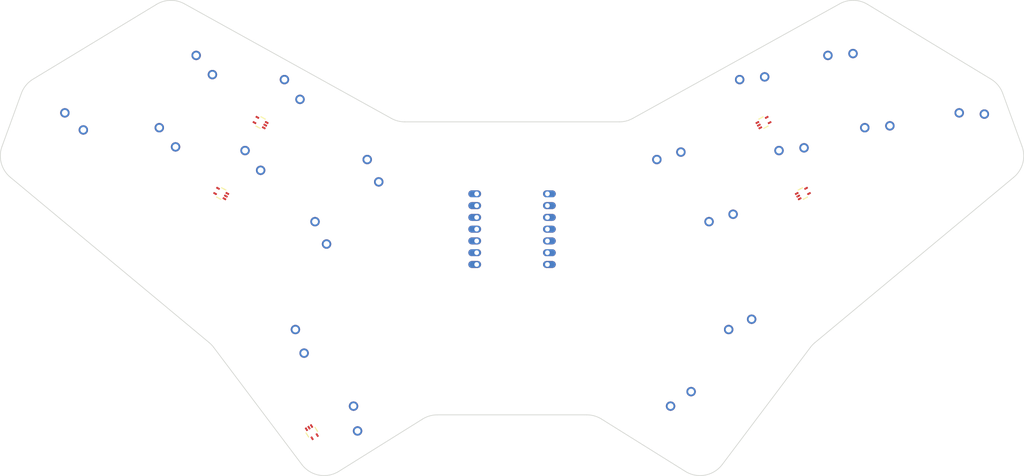
<source format=kicad_pcb>


(kicad_pcb (version 20171130) (host pcbnew 5.1.6)

  (page A3)
  (title_block
    (title "xs18")
    (rev "0.1")
    (company "Roming22")
  )

  (general
    (thickness 1.6)
  )

  (layers
    (0 F.Cu signal)
    (31 B.Cu signal)
    (32 B.Adhes user)
    (33 F.Adhes user)
    (34 B.Paste user)
    (35 F.Paste user)
    (36 B.SilkS user)
    (37 F.SilkS user)
    (38 B.Mask user)
    (39 F.Mask user)
    (40 Dwgs.User user)
    (41 Cmts.User user)
    (42 Eco1.User user)
    (43 Eco2.User user)
    (44 Edge.Cuts user)
    (45 Margin user)
    (46 B.CrtYd user)
    (47 F.CrtYd user)
    (48 B.Fab user)
    (49 F.Fab user)
  )

  (setup
    (last_trace_width 0.25)
    (trace_clearance 0.2)
    (zone_clearance 0.508)
    (zone_45_only no)
    (trace_min 0.2)
    (via_size 0.8)
    (via_drill 0.4)
    (via_min_size 0.4)
    (via_min_drill 0.3)
    (uvia_size 0.3)
    (uvia_drill 0.1)
    (uvias_allowed no)
    (uvia_min_size 0.2)
    (uvia_min_drill 0.1)
    (edge_width 0.05)
    (segment_width 0.2)
    (pcb_text_width 0.3)
    (pcb_text_size 1.5 1.5)
    (mod_edge_width 0.12)
    (mod_text_size 1 1)
    (mod_text_width 0.15)
    (pad_size 1.524 1.524)
    (pad_drill 0.762)
    (pad_to_mask_clearance 0.05)
    (aux_axis_origin 0 0)
    (visible_elements FFFFFF7F)
    (pcbplotparams
      (layerselection 0x010fc_ffffffff)
      (usegerberextensions false)
      (usegerberattributes true)
      (usegerberadvancedattributes true)
      (creategerberjobfile true)
      (excludeedgelayer true)
      (linewidth 0.100000)
      (plotframeref false)
      (viasonmask false)
      (mode 1)
      (useauxorigin false)
      (hpglpennumber 1)
      (hpglpenspeed 20)
      (hpglpendiameter 15.000000)
      (psnegative false)
      (psa4output false)
      (plotreference true)
      (plotvalue true)
      (plotinvisibletext false)
      (padsonsilk false)
      (subtractmaskfromsilk false)
      (outputformat 1)
      (mirror false)
      (drillshape 1)
      (scaleselection 1)
      (outputdirectory ""))
  )

  (net 0 "")
(net 1 "index_home")
(net 2 "P6")
(net 3 "middle_home")
(net 4 "ring_home")
(net 5 "pinky_home")
(net 6 "index_top")
(net 7 "P29")
(net 8 "middle_top")
(net 9 "ring_top")
(net 10 "pinky_top")
(net 11 "mirror_middle_home")
(net 12 "P4")
(net 13 "mirror_index_home")
(net 14 "mirror_pinky_home")
(net 15 "mirror_ring_home")
(net 16 "mirror_middle_top")
(net 17 "P5")
(net 18 "mirror_index_top")
(net 19 "mirror_pinky_top")
(net 20 "mirror_ring_top")
(net 21 "mirror_home_default")
(net 22 "home_default")
(net 23 "outer_default")
(net 24 "mirror_outer_default")
(net 25 "P0")
(net 26 "P7")
(net 27 "P2")
(net 28 "P1")
(net 29 "VCC5")
(net 30 "GND")
(net 31 "VCC3")
(net 32 "P26")
(net 33 "P27")
(net 34 "P28")

  (net_class Default "This is the default net class."
    (clearance 0.2)
    (trace_width 0.25)
    (via_dia 0.8)
    (via_drill 0.4)
    (uvia_dia 0.3)
    (uvia_drill 0.1)
    (add_net "")
(add_net "index_home")
(add_net "P6")
(add_net "middle_home")
(add_net "ring_home")
(add_net "pinky_home")
(add_net "index_top")
(add_net "P29")
(add_net "middle_top")
(add_net "ring_top")
(add_net "pinky_top")
(add_net "mirror_middle_home")
(add_net "P4")
(add_net "mirror_index_home")
(add_net "mirror_pinky_home")
(add_net "mirror_ring_home")
(add_net "mirror_middle_top")
(add_net "P5")
(add_net "mirror_index_top")
(add_net "mirror_pinky_top")
(add_net "mirror_ring_top")
(add_net "mirror_home_default")
(add_net "home_default")
(add_net "outer_default")
(add_net "mirror_outer_default")
(add_net "P0")
(add_net "P7")
(add_net "P2")
(add_net "P1")
(add_net "VCC5")
(add_net "GND")
(add_net "VCC3")
(add_net "P26")
(add_net "P27")
(add_net "P28")
  )

  (module
      easyeda2kicad:SOT-353_L2.1-W1.3-P0.65-LS2.3-BL
      (layer F.Cu)
      (tedit 5DC5F6A4)
      (at 156.78257230000003 178.7158772 61)
      (attr smd)
      (fp_text reference "D1" (at 0 -2.5 61) (layer F.SilkS) (effects (font (size 1 1) (thickness 0.15))) hide)
      (fp_text value UMP1NTR (at 0 5.15 61) (layer F.Fab) (effects (font (size 1 1) (thickness 0.15))) hide)
      (fp_text user %R (at 0 0 61) (layer F.Fab) (effects (font (size 1 1) (thickness 0.15))))
      (property Footprint SOT-353_L2.1-W1.3-P0.65-LS2.3-BL (at 0 0 0) (effects (font (size 1 1) (thickness 0.15)) (hide yes)))
      (property "LCSC" "C510065" (at 0 0 0) (effects (font (size 1.27 1.27) ) (hide yes)))
      (fp_line (start 1.14 0.51) (end 1.14 -0.51) (layer F.SilkS) (width 0.25))
      (fp_line (start -1.14 -0.51) (end -1.14 0.51) (layer F.SilkS) (width 0.25))
      (pad 1 smd rect (at -0.65 1.15 61) (size 0.40 0.80) (layers F.Cu F.Paste F.Mask) (net 1 "index_home"))
      (pad 2 smd rect (at 0 1.15 61) (size 0.40 0.80) (layers F.Cu F.Paste F.Mask) (net 2 "P6"))
      (pad 3 smd rect (at 0.65 1.15 61) (size 0.40 0.80) (layers F.Cu F.Paste F.Mask) (net 3 "middle_home"))
      (pad 4 smd rect (at 0.65 -1.15 61) (size 0.40 0.80) (layers F.Cu F.Paste F.Mask) (net 4 "ring_home"))
      (pad 5 smd rect (at -0.65 -1.15 61) (size 0.40 0.80) (layers F.Cu F.Paste F.Mask) (net 5 "pinky_home"))
      (fp_circle (center -1.02 1.15) (end -0.99 1.15) (layer F.Fab) (width 0.06))
      (fp_circle (center -0.70 1.46) (end -0.60 1.46) (layer Cmts.User) (width 0.20))
      (model "board/sessile.3dshapes/SOT-353-5P_L2.0-W1.3-H1.1-LS2.0-P0.65.wrl" (offset (xyz 0.000 -0.000 -0.000)) (scale (xyz 1 1 1)) (rotate (xyz 0 0 270)))
    )
(module
      easyeda2kicad:SOT-353_L2.1-W1.3-P0.65-LS2.3-BL
      (layer F.Cu)
      (tedit 5DC5F6A4)
      (at 165.26674060000002 163.4100323 61)
      (attr smd)
      (fp_text reference "D2" (at 0 -2.5 61) (layer F.SilkS) (effects (font (size 1 1) (thickness 0.15))) hide)
      (fp_text value UMP1NTR (at 0 5.15 61) (layer F.Fab) (effects (font (size 1 1) (thickness 0.15))) hide)
      (fp_text user %R (at 0 0 61) (layer F.Fab) (effects (font (size 1 1) (thickness 0.15))))
      (property Footprint SOT-353_L2.1-W1.3-P0.65-LS2.3-BL (at 0 0 0) (effects (font (size 1 1) (thickness 0.15)) (hide yes)))
      (property "LCSC" "C510065" (at 0 0 0) (effects (font (size 1.27 1.27) ) (hide yes)))
      (fp_line (start 1.14 0.51) (end 1.14 -0.51) (layer F.SilkS) (width 0.25))
      (fp_line (start -1.14 -0.51) (end -1.14 0.51) (layer F.SilkS) (width 0.25))
      (pad 1 smd rect (at -0.65 1.15 61) (size 0.40 0.80) (layers F.Cu F.Paste F.Mask) (net 6 "index_top"))
      (pad 2 smd rect (at 0 1.15 61) (size 0.40 0.80) (layers F.Cu F.Paste F.Mask) (net 7 "P29"))
      (pad 3 smd rect (at 0.65 1.15 61) (size 0.40 0.80) (layers F.Cu F.Paste F.Mask) (net 8 "middle_top"))
      (pad 4 smd rect (at 0.65 -1.15 61) (size 0.40 0.80) (layers F.Cu F.Paste F.Mask) (net 9 "ring_top"))
      (pad 5 smd rect (at -0.65 -1.15 61) (size 0.40 0.80) (layers F.Cu F.Paste F.Mask) (net 10 "pinky_top"))
      (fp_circle (center -1.02 1.15) (end -0.99 1.15) (layer F.Fab) (width 0.06))
      (fp_circle (center -0.70 1.46) (end -0.60 1.46) (layer Cmts.User) (width 0.20))
      (model "board/sessile.3dshapes/SOT-353-5P_L2.0-W1.3-H1.1-LS2.0-P0.65.wrl" (offset (xyz 0.000 -0.000 -0.000)) (scale (xyz 1 1 1)) (rotate (xyz 0 0 270)))
    )
(module
      easyeda2kicad:SOT-353_L2.1-W1.3-P0.65-LS2.3-BL
      (layer F.Cu)
      (tedit 5DC5F6A4)
      (at 282.1298021 178.7158772 -61)
      (attr smd)
      (fp_text reference "D3" (at 0 -2.5 -61) (layer F.SilkS) (effects (font (size 1 1) (thickness 0.15))) hide)
      (fp_text value UMP1NTR (at 0 5.15 -61) (layer F.Fab) (effects (font (size 1 1) (thickness 0.15))) hide)
      (fp_text user %R (at 0 0 -61) (layer F.Fab) (effects (font (size 1 1) (thickness 0.15))))
      (property Footprint SOT-353_L2.1-W1.3-P0.65-LS2.3-BL (at 0 0 0) (effects (font (size 1 1) (thickness 0.15)) (hide yes)))
      (property "LCSC" "C510065" (at 0 0 0) (effects (font (size 1.27 1.27) ) (hide yes)))
      (fp_line (start 1.14 0.51) (end 1.14 -0.51) (layer F.SilkS) (width 0.25))
      (fp_line (start -1.14 -0.51) (end -1.14 0.51) (layer F.SilkS) (width 0.25))
      (pad 1 smd rect (at -0.65 1.15 -61) (size 0.40 0.80) (layers F.Cu F.Paste F.Mask) (net 11 "mirror_middle_home"))
      (pad 2 smd rect (at 0 1.15 -61) (size 0.40 0.80) (layers F.Cu F.Paste F.Mask) (net 12 "P4"))
      (pad 3 smd rect (at 0.65 1.15 -61) (size 0.40 0.80) (layers F.Cu F.Paste F.Mask) (net 13 "mirror_index_home"))
      (pad 4 smd rect (at 0.65 -1.15 -61) (size 0.40 0.80) (layers F.Cu F.Paste F.Mask) (net 14 "mirror_pinky_home"))
      (pad 5 smd rect (at -0.65 -1.15 -61) (size 0.40 0.80) (layers F.Cu F.Paste F.Mask) (net 15 "mirror_ring_home"))
      (fp_circle (center -1.02 1.15) (end -0.99 1.15) (layer F.Fab) (width 0.06))
      (fp_circle (center -0.70 1.46) (end -0.60 1.46) (layer Cmts.User) (width 0.20))
      (model "board/sessile.3dshapes/SOT-353-5P_L2.0-W1.3-H1.1-LS2.0-P0.65.wrl" (offset (xyz 0.000 -0.000 -0.000)) (scale (xyz 1 1 1)) (rotate (xyz 0 0 270)))
    )
(module
      easyeda2kicad:SOT-353_L2.1-W1.3-P0.65-LS2.3-BL
      (layer F.Cu)
      (tedit 5DC5F6A4)
      (at 273.6456338 163.4100323 -61)
      (attr smd)
      (fp_text reference "D4" (at 0 -2.5 -61) (layer F.SilkS) (effects (font (size 1 1) (thickness 0.15))) hide)
      (fp_text value UMP1NTR (at 0 5.15 -61) (layer F.Fab) (effects (font (size 1 1) (thickness 0.15))) hide)
      (fp_text user %R (at 0 0 -61) (layer F.Fab) (effects (font (size 1 1) (thickness 0.15))))
      (property Footprint SOT-353_L2.1-W1.3-P0.65-LS2.3-BL (at 0 0 0) (effects (font (size 1 1) (thickness 0.15)) (hide yes)))
      (property "LCSC" "C510065" (at 0 0 0) (effects (font (size 1.27 1.27) ) (hide yes)))
      (fp_line (start 1.14 0.51) (end 1.14 -0.51) (layer F.SilkS) (width 0.25))
      (fp_line (start -1.14 -0.51) (end -1.14 0.51) (layer F.SilkS) (width 0.25))
      (pad 1 smd rect (at -0.65 1.15 -61) (size 0.40 0.80) (layers F.Cu F.Paste F.Mask) (net 16 "mirror_middle_top"))
      (pad 2 smd rect (at 0 1.15 -61) (size 0.40 0.80) (layers F.Cu F.Paste F.Mask) (net 17 "P5"))
      (pad 3 smd rect (at 0.65 1.15 -61) (size 0.40 0.80) (layers F.Cu F.Paste F.Mask) (net 18 "mirror_index_top"))
      (pad 4 smd rect (at 0.65 -1.15 -61) (size 0.40 0.80) (layers F.Cu F.Paste F.Mask) (net 19 "mirror_pinky_top"))
      (pad 5 smd rect (at -0.65 -1.15 -61) (size 0.40 0.80) (layers F.Cu F.Paste F.Mask) (net 20 "mirror_ring_top"))
      (fp_circle (center -1.02 1.15) (end -0.99 1.15) (layer F.Fab) (width 0.06))
      (fp_circle (center -0.70 1.46) (end -0.60 1.46) (layer Cmts.User) (width 0.20))
      (model "board/sessile.3dshapes/SOT-353-5P_L2.0-W1.3-H1.1-LS2.0-P0.65.wrl" (offset (xyz 0.000 -0.000 -0.000)) (scale (xyz 1 1 1)) (rotate (xyz 0 0 270)))
    )
(module
      easyeda2kicad:SOT-353_L2.1-W1.3-P0.65-LS2.3-BL
      (layer F.Cu)
      (tedit 5DC5F6A4)
      (at 176.30718149999998 230.19725970000002 -148)
      (attr smd)
      (fp_text reference "D5" (at 0 -2.5 -148) (layer F.SilkS) (effects (font (size 1 1) (thickness 0.15))) hide)
      (fp_text value UMP1NTR (at 0 5.15 -148) (layer F.Fab) (effects (font (size 1 1) (thickness 0.15))) hide)
      (fp_text user %R (at 0 0 -148) (layer F.Fab) (effects (font (size 1 1) (thickness 0.15))))
      (property Footprint SOT-353_L2.1-W1.3-P0.65-LS2.3-BL (at 0 0 0) (effects (font (size 1 1) (thickness 0.15)) (hide yes)))
      (property "LCSC" "C510065" (at 0 0 0) (effects (font (size 1.27 1.27) ) (hide yes)))
      (fp_line (start 1.14 0.51) (end 1.14 -0.51) (layer F.SilkS) (width 0.25))
      (fp_line (start -1.14 -0.51) (end -1.14 0.51) (layer F.SilkS) (width 0.25))
      (pad 1 smd rect (at -0.65 1.15 -148) (size 0.40 0.80) (layers F.Cu F.Paste F.Mask) (net 21 "mirror_home_default"))
      (pad 2 smd rect (at 0 1.15 -148) (size 0.40 0.80) (layers F.Cu F.Paste F.Mask) (net 0 ""))
      (pad 3 smd rect (at 0.65 1.15 -148) (size 0.40 0.80) (layers F.Cu F.Paste F.Mask) (net 22 "home_default"))
      (pad 4 smd rect (at 0.65 -1.15 -148) (size 0.40 0.80) (layers F.Cu F.Paste F.Mask) (net 23 "outer_default"))
      (pad 5 smd rect (at -0.65 -1.15 -148) (size 0.40 0.80) (layers F.Cu F.Paste F.Mask) (net 24 "mirror_outer_default"))
      (fp_circle (center -1.02 1.15) (end -0.99 1.15) (layer F.Fab) (width 0.06))
      (fp_circle (center -0.70 1.46) (end -0.60 1.46) (layer Cmts.User) (width 0.20))
      (model "board/sessile.3dshapes/SOT-353-5P_L2.0-W1.3-H1.1-LS2.0-P0.65.wrl" (offset (xyz 0.000 -0.000 -0.000)) (scale (xyz 1 1 1)) (rotate (xyz 0 0 270)))
    )

        
      (module PG1350 (layer F.Cu) (tedit 5DD50112)
      (at 121.0695081 166.8597441 -20)

      
      (fp_text reference "S1" (at 0 0) (layer F.SilkS) hide (effects (font (size 1.27 1.27) (thickness 0.15))))
      (fp_text value "" (at 0 0) (layer F.SilkS) hide (effects (font (size 1.27 1.27) (thickness 0.15))))

      
      (fp_line (start -7 -6) (end -7 -7) (layer Dwgs.User) (width 0.15))
      (fp_line (start -7 7) (end -6 7) (layer Dwgs.User) (width 0.15))
      (fp_line (start -6 -7) (end -7 -7) (layer Dwgs.User) (width 0.15))
      (fp_line (start -7 7) (end -7 6) (layer Dwgs.User) (width 0.15))
      (fp_line (start 7 6) (end 7 7) (layer Dwgs.User) (width 0.15))
      (fp_line (start 7 -7) (end 6 -7) (layer Dwgs.User) (width 0.15))
      (fp_line (start 6 7) (end 7 7) (layer Dwgs.User) (width 0.15))
      (fp_line (start 7 -7) (end 7 -6) (layer Dwgs.User) (width 0.15))      
      
      
      (pad "" np_thru_hole circle (at 0 0) (size 3.429 3.429) (drill 3.429) (layers *.Cu *.Mask))
        
      
      (pad "" np_thru_hole circle (at 5.5 0) (size 1.7018 1.7018) (drill 1.7018) (layers *.Cu *.Mask))
      (pad "" np_thru_hole circle (at -5.5 0) (size 1.7018 1.7018) (drill 1.7018) (layers *.Cu *.Mask))
      
        
        
            
            (pad 1 thru_hole circle (at 5 -3.8) (size 2.032 2.032) (drill 1.27) (layers *.Cu *.Mask) (net 5 "pinky_home"))
            (pad 2 thru_hole circle (at 0 -5.9) (size 2.032 2.032) (drill 1.27) (layers *.Cu *.Mask) (net 25 "P0"))
          )
        

        
      (module PG1350 (layer F.Cu) (tedit 5DD50112)
      (at 140.7615948 169.7703664 -27)

      
      (fp_text reference "S2" (at 0 0) (layer F.SilkS) hide (effects (font (size 1.27 1.27) (thickness 0.15))))
      (fp_text value "" (at 0 0) (layer F.SilkS) hide (effects (font (size 1.27 1.27) (thickness 0.15))))

      
      (fp_line (start -7 -6) (end -7 -7) (layer Dwgs.User) (width 0.15))
      (fp_line (start -7 7) (end -6 7) (layer Dwgs.User) (width 0.15))
      (fp_line (start -6 -7) (end -7 -7) (layer Dwgs.User) (width 0.15))
      (fp_line (start -7 7) (end -7 6) (layer Dwgs.User) (width 0.15))
      (fp_line (start 7 6) (end 7 7) (layer Dwgs.User) (width 0.15))
      (fp_line (start 7 -7) (end 6 -7) (layer Dwgs.User) (width 0.15))
      (fp_line (start 6 7) (end 7 7) (layer Dwgs.User) (width 0.15))
      (fp_line (start 7 -7) (end 7 -6) (layer Dwgs.User) (width 0.15))      
      
      
      (pad "" np_thru_hole circle (at 0 0) (size 3.429 3.429) (drill 3.429) (layers *.Cu *.Mask))
        
      
      (pad "" np_thru_hole circle (at 5.5 0) (size 1.7018 1.7018) (drill 1.7018) (layers *.Cu *.Mask))
      (pad "" np_thru_hole circle (at -5.5 0) (size 1.7018 1.7018) (drill 1.7018) (layers *.Cu *.Mask))
      
        
        
            
            (pad 1 thru_hole circle (at 5 -3.8) (size 2.032 2.032) (drill 1.27) (layers *.Cu *.Mask) (net 4 "ring_home"))
            (pad 2 thru_hole circle (at 0 -5.9) (size 2.032 2.032) (drill 1.27) (layers *.Cu *.Mask) (net 26 "P7"))
          )
        

        
      (module PG1350 (layer F.Cu) (tedit 5DD50112)
      (at 148.7064285 154.1777522 -27)

      
      (fp_text reference "S3" (at 0 0) (layer F.SilkS) hide (effects (font (size 1.27 1.27) (thickness 0.15))))
      (fp_text value "" (at 0 0) (layer F.SilkS) hide (effects (font (size 1.27 1.27) (thickness 0.15))))

      
      (fp_line (start -7 -6) (end -7 -7) (layer Dwgs.User) (width 0.15))
      (fp_line (start -7 7) (end -6 7) (layer Dwgs.User) (width 0.15))
      (fp_line (start -6 -7) (end -7 -7) (layer Dwgs.User) (width 0.15))
      (fp_line (start -7 7) (end -7 6) (layer Dwgs.User) (width 0.15))
      (fp_line (start 7 6) (end 7 7) (layer Dwgs.User) (width 0.15))
      (fp_line (start 7 -7) (end 6 -7) (layer Dwgs.User) (width 0.15))
      (fp_line (start 6 7) (end 7 7) (layer Dwgs.User) (width 0.15))
      (fp_line (start 7 -7) (end 7 -6) (layer Dwgs.User) (width 0.15))      
      
      
      (pad "" np_thru_hole circle (at 0 0) (size 3.429 3.429) (drill 3.429) (layers *.Cu *.Mask))
        
      
      (pad "" np_thru_hole circle (at 5.5 0) (size 1.7018 1.7018) (drill 1.7018) (layers *.Cu *.Mask))
      (pad "" np_thru_hole circle (at -5.5 0) (size 1.7018 1.7018) (drill 1.7018) (layers *.Cu *.Mask))
      
        
        
            
            (pad 1 thru_hole circle (at 5 -3.8) (size 2.032 2.032) (drill 1.27) (layers *.Cu *.Mask) (net 9 "ring_top"))
            (pad 2 thru_hole circle (at 0 -5.9) (size 2.032 2.032) (drill 1.27) (layers *.Cu *.Mask) (net 26 "P7"))
          )
        

        
      (module PG1350 (layer F.Cu) (tedit 5DD50112)
      (at 159.0611775 174.6051646 -29)

      
      (fp_text reference "S4" (at 0 0) (layer F.SilkS) hide (effects (font (size 1.27 1.27) (thickness 0.15))))
      (fp_text value "" (at 0 0) (layer F.SilkS) hide (effects (font (size 1.27 1.27) (thickness 0.15))))

      
      (fp_line (start -7 -6) (end -7 -7) (layer Dwgs.User) (width 0.15))
      (fp_line (start -7 7) (end -6 7) (layer Dwgs.User) (width 0.15))
      (fp_line (start -6 -7) (end -7 -7) (layer Dwgs.User) (width 0.15))
      (fp_line (start -7 7) (end -7 6) (layer Dwgs.User) (width 0.15))
      (fp_line (start 7 6) (end 7 7) (layer Dwgs.User) (width 0.15))
      (fp_line (start 7 -7) (end 6 -7) (layer Dwgs.User) (width 0.15))
      (fp_line (start 6 7) (end 7 7) (layer Dwgs.User) (width 0.15))
      (fp_line (start 7 -7) (end 7 -6) (layer Dwgs.User) (width 0.15))      
      
      
      (pad "" np_thru_hole circle (at 0 0) (size 3.429 3.429) (drill 3.429) (layers *.Cu *.Mask))
        
      
      (pad "" np_thru_hole circle (at 5.5 0) (size 1.7018 1.7018) (drill 1.7018) (layers *.Cu *.Mask))
      (pad "" np_thru_hole circle (at -5.5 0) (size 1.7018 1.7018) (drill 1.7018) (layers *.Cu *.Mask))
      
        
        
            
            (pad 1 thru_hole circle (at 5 -3.8) (size 2.032 2.032) (drill 1.27) (layers *.Cu *.Mask) (net 3 "middle_home"))
            (pad 2 thru_hole circle (at 0 -5.9) (size 2.032 2.032) (drill 1.27) (layers *.Cu *.Mask) (net 27 "P2"))
          )
        

        
      (module PG1350 (layer F.Cu) (tedit 5DD50112)
      (at 167.5453458 159.2993197 -29)

      
      (fp_text reference "S5" (at 0 0) (layer F.SilkS) hide (effects (font (size 1.27 1.27) (thickness 0.15))))
      (fp_text value "" (at 0 0) (layer F.SilkS) hide (effects (font (size 1.27 1.27) (thickness 0.15))))

      
      (fp_line (start -7 -6) (end -7 -7) (layer Dwgs.User) (width 0.15))
      (fp_line (start -7 7) (end -6 7) (layer Dwgs.User) (width 0.15))
      (fp_line (start -6 -7) (end -7 -7) (layer Dwgs.User) (width 0.15))
      (fp_line (start -7 7) (end -7 6) (layer Dwgs.User) (width 0.15))
      (fp_line (start 7 6) (end 7 7) (layer Dwgs.User) (width 0.15))
      (fp_line (start 7 -7) (end 6 -7) (layer Dwgs.User) (width 0.15))
      (fp_line (start 6 7) (end 7 7) (layer Dwgs.User) (width 0.15))
      (fp_line (start 7 -7) (end 7 -6) (layer Dwgs.User) (width 0.15))      
      
      
      (pad "" np_thru_hole circle (at 0 0) (size 3.429 3.429) (drill 3.429) (layers *.Cu *.Mask))
        
      
      (pad "" np_thru_hole circle (at 5.5 0) (size 1.7018 1.7018) (drill 1.7018) (layers *.Cu *.Mask))
      (pad "" np_thru_hole circle (at -5.5 0) (size 1.7018 1.7018) (drill 1.7018) (layers *.Cu *.Mask))
      
        
        
            
            (pad 1 thru_hole circle (at 5 -3.8) (size 2.032 2.032) (drill 1.27) (layers *.Cu *.Mask) (net 8 "middle_top"))
            (pad 2 thru_hole circle (at 0 -5.9) (size 2.032 2.032) (drill 1.27) (layers *.Cu *.Mask) (net 27 "P2"))
          )
        

        
      (module PG1350 (layer F.Cu) (tedit 5DD50112)
      (at 173.2074041 189.3066705 -40)

      
      (fp_text reference "S6" (at 0 0) (layer F.SilkS) hide (effects (font (size 1.27 1.27) (thickness 0.15))))
      (fp_text value "" (at 0 0) (layer F.SilkS) hide (effects (font (size 1.27 1.27) (thickness 0.15))))

      
      (fp_line (start -7 -6) (end -7 -7) (layer Dwgs.User) (width 0.15))
      (fp_line (start -7 7) (end -6 7) (layer Dwgs.User) (width 0.15))
      (fp_line (start -6 -7) (end -7 -7) (layer Dwgs.User) (width 0.15))
      (fp_line (start -7 7) (end -7 6) (layer Dwgs.User) (width 0.15))
      (fp_line (start 7 6) (end 7 7) (layer Dwgs.User) (width 0.15))
      (fp_line (start 7 -7) (end 6 -7) (layer Dwgs.User) (width 0.15))
      (fp_line (start 6 7) (end 7 7) (layer Dwgs.User) (width 0.15))
      (fp_line (start 7 -7) (end 7 -6) (layer Dwgs.User) (width 0.15))      
      
      
      (pad "" np_thru_hole circle (at 0 0) (size 3.429 3.429) (drill 3.429) (layers *.Cu *.Mask))
        
      
      (pad "" np_thru_hole circle (at 5.5 0) (size 1.7018 1.7018) (drill 1.7018) (layers *.Cu *.Mask))
      (pad "" np_thru_hole circle (at -5.5 0) (size 1.7018 1.7018) (drill 1.7018) (layers *.Cu *.Mask))
      
        
        
            
            (pad 1 thru_hole circle (at 5 -3.8) (size 2.032 2.032) (drill 1.27) (layers *.Cu *.Mask) (net 1 "index_home"))
            (pad 2 thru_hole circle (at 0 -5.9) (size 2.032 2.032) (drill 1.27) (layers *.Cu *.Mask) (net 28 "P1"))
          )
        

        
      (module PG1350 (layer F.Cu) (tedit 5DD50112)
      (at 184.4561872 175.9008927 -40)

      
      (fp_text reference "S7" (at 0 0) (layer F.SilkS) hide (effects (font (size 1.27 1.27) (thickness 0.15))))
      (fp_text value "" (at 0 0) (layer F.SilkS) hide (effects (font (size 1.27 1.27) (thickness 0.15))))

      
      (fp_line (start -7 -6) (end -7 -7) (layer Dwgs.User) (width 0.15))
      (fp_line (start -7 7) (end -6 7) (layer Dwgs.User) (width 0.15))
      (fp_line (start -6 -7) (end -7 -7) (layer Dwgs.User) (width 0.15))
      (fp_line (start -7 7) (end -7 6) (layer Dwgs.User) (width 0.15))
      (fp_line (start 7 6) (end 7 7) (layer Dwgs.User) (width 0.15))
      (fp_line (start 7 -7) (end 6 -7) (layer Dwgs.User) (width 0.15))
      (fp_line (start 6 7) (end 7 7) (layer Dwgs.User) (width 0.15))
      (fp_line (start 7 -7) (end 7 -6) (layer Dwgs.User) (width 0.15))      
      
      
      (pad "" np_thru_hole circle (at 0 0) (size 3.429 3.429) (drill 3.429) (layers *.Cu *.Mask))
        
      
      (pad "" np_thru_hole circle (at 5.5 0) (size 1.7018 1.7018) (drill 1.7018) (layers *.Cu *.Mask))
      (pad "" np_thru_hole circle (at -5.5 0) (size 1.7018 1.7018) (drill 1.7018) (layers *.Cu *.Mask))
      
        
        
            
            (pad 1 thru_hole circle (at 5 -3.8) (size 2.032 2.032) (drill 1.27) (layers *.Cu *.Mask) (net 6 "index_top"))
            (pad 2 thru_hole circle (at 0 -5.9) (size 2.032 2.032) (drill 1.27) (layers *.Cu *.Mask) (net 28 "P1"))
          )
        

        
      (module PG1350 (layer F.Cu) (tedit 5DD50112)
      (at 317.84286629999997 166.8597441 20)

      
      (fp_text reference "S8" (at 0 0) (layer F.SilkS) hide (effects (font (size 1.27 1.27) (thickness 0.15))))
      (fp_text value "" (at 0 0) (layer F.SilkS) hide (effects (font (size 1.27 1.27) (thickness 0.15))))

      
      (fp_line (start -7 -6) (end -7 -7) (layer Dwgs.User) (width 0.15))
      (fp_line (start -7 7) (end -6 7) (layer Dwgs.User) (width 0.15))
      (fp_line (start -6 -7) (end -7 -7) (layer Dwgs.User) (width 0.15))
      (fp_line (start -7 7) (end -7 6) (layer Dwgs.User) (width 0.15))
      (fp_line (start 7 6) (end 7 7) (layer Dwgs.User) (width 0.15))
      (fp_line (start 7 -7) (end 6 -7) (layer Dwgs.User) (width 0.15))
      (fp_line (start 6 7) (end 7 7) (layer Dwgs.User) (width 0.15))
      (fp_line (start 7 -7) (end 7 -6) (layer Dwgs.User) (width 0.15))      
      
      
      (pad "" np_thru_hole circle (at 0 0) (size 3.429 3.429) (drill 3.429) (layers *.Cu *.Mask))
        
      
      (pad "" np_thru_hole circle (at 5.5 0) (size 1.7018 1.7018) (drill 1.7018) (layers *.Cu *.Mask))
      (pad "" np_thru_hole circle (at -5.5 0) (size 1.7018 1.7018) (drill 1.7018) (layers *.Cu *.Mask))
      
        
        
            
            (pad 1 thru_hole circle (at 5 -3.8) (size 2.032 2.032) (drill 1.27) (layers *.Cu *.Mask) (net 14 "mirror_pinky_home"))
            (pad 2 thru_hole circle (at 0 -5.9) (size 2.032 2.032) (drill 1.27) (layers *.Cu *.Mask) (net 28 "P1"))
          )
        

        
      (module PG1350 (layer F.Cu) (tedit 5DD50112)
      (at 298.15077959999996 169.7703664 27)

      
      (fp_text reference "S9" (at 0 0) (layer F.SilkS) hide (effects (font (size 1.27 1.27) (thickness 0.15))))
      (fp_text value "" (at 0 0) (layer F.SilkS) hide (effects (font (size 1.27 1.27) (thickness 0.15))))

      
      (fp_line (start -7 -6) (end -7 -7) (layer Dwgs.User) (width 0.15))
      (fp_line (start -7 7) (end -6 7) (layer Dwgs.User) (width 0.15))
      (fp_line (start -6 -7) (end -7 -7) (layer Dwgs.User) (width 0.15))
      (fp_line (start -7 7) (end -7 6) (layer Dwgs.User) (width 0.15))
      (fp_line (start 7 6) (end 7 7) (layer Dwgs.User) (width 0.15))
      (fp_line (start 7 -7) (end 6 -7) (layer Dwgs.User) (width 0.15))
      (fp_line (start 6 7) (end 7 7) (layer Dwgs.User) (width 0.15))
      (fp_line (start 7 -7) (end 7 -6) (layer Dwgs.User) (width 0.15))      
      
      
      (pad "" np_thru_hole circle (at 0 0) (size 3.429 3.429) (drill 3.429) (layers *.Cu *.Mask))
        
      
      (pad "" np_thru_hole circle (at 5.5 0) (size 1.7018 1.7018) (drill 1.7018) (layers *.Cu *.Mask))
      (pad "" np_thru_hole circle (at -5.5 0) (size 1.7018 1.7018) (drill 1.7018) (layers *.Cu *.Mask))
      
        
        
            
            (pad 1 thru_hole circle (at 5 -3.8) (size 2.032 2.032) (drill 1.27) (layers *.Cu *.Mask) (net 15 "mirror_ring_home"))
            (pad 2 thru_hole circle (at 0 -5.9) (size 2.032 2.032) (drill 1.27) (layers *.Cu *.Mask) (net 27 "P2"))
          )
        

        
      (module PG1350 (layer F.Cu) (tedit 5DD50112)
      (at 290.20594589999996 154.1777522 27)

      
      (fp_text reference "S10" (at 0 0) (layer F.SilkS) hide (effects (font (size 1.27 1.27) (thickness 0.15))))
      (fp_text value "" (at 0 0) (layer F.SilkS) hide (effects (font (size 1.27 1.27) (thickness 0.15))))

      
      (fp_line (start -7 -6) (end -7 -7) (layer Dwgs.User) (width 0.15))
      (fp_line (start -7 7) (end -6 7) (layer Dwgs.User) (width 0.15))
      (fp_line (start -6 -7) (end -7 -7) (layer Dwgs.User) (width 0.15))
      (fp_line (start -7 7) (end -7 6) (layer Dwgs.User) (width 0.15))
      (fp_line (start 7 6) (end 7 7) (layer Dwgs.User) (width 0.15))
      (fp_line (start 7 -7) (end 6 -7) (layer Dwgs.User) (width 0.15))
      (fp_line (start 6 7) (end 7 7) (layer Dwgs.User) (width 0.15))
      (fp_line (start 7 -7) (end 7 -6) (layer Dwgs.User) (width 0.15))      
      
      
      (pad "" np_thru_hole circle (at 0 0) (size 3.429 3.429) (drill 3.429) (layers *.Cu *.Mask))
        
      
      (pad "" np_thru_hole circle (at 5.5 0) (size 1.7018 1.7018) (drill 1.7018) (layers *.Cu *.Mask))
      (pad "" np_thru_hole circle (at -5.5 0) (size 1.7018 1.7018) (drill 1.7018) (layers *.Cu *.Mask))
      
        
        
            
            (pad 1 thru_hole circle (at 5 -3.8) (size 2.032 2.032) (drill 1.27) (layers *.Cu *.Mask) (net 20 "mirror_ring_top"))
            (pad 2 thru_hole circle (at 0 -5.9) (size 2.032 2.032) (drill 1.27) (layers *.Cu *.Mask) (net 27 "P2"))
          )
        

        
      (module PG1350 (layer F.Cu) (tedit 5DD50112)
      (at 279.8511969 174.6051646 29)

      
      (fp_text reference "S11" (at 0 0) (layer F.SilkS) hide (effects (font (size 1.27 1.27) (thickness 0.15))))
      (fp_text value "" (at 0 0) (layer F.SilkS) hide (effects (font (size 1.27 1.27) (thickness 0.15))))

      
      (fp_line (start -7 -6) (end -7 -7) (layer Dwgs.User) (width 0.15))
      (fp_line (start -7 7) (end -6 7) (layer Dwgs.User) (width 0.15))
      (fp_line (start -6 -7) (end -7 -7) (layer Dwgs.User) (width 0.15))
      (fp_line (start -7 7) (end -7 6) (layer Dwgs.User) (width 0.15))
      (fp_line (start 7 6) (end 7 7) (layer Dwgs.User) (width 0.15))
      (fp_line (start 7 -7) (end 6 -7) (layer Dwgs.User) (width 0.15))
      (fp_line (start 6 7) (end 7 7) (layer Dwgs.User) (width 0.15))
      (fp_line (start 7 -7) (end 7 -6) (layer Dwgs.User) (width 0.15))      
      
      
      (pad "" np_thru_hole circle (at 0 0) (size 3.429 3.429) (drill 3.429) (layers *.Cu *.Mask))
        
      
      (pad "" np_thru_hole circle (at 5.5 0) (size 1.7018 1.7018) (drill 1.7018) (layers *.Cu *.Mask))
      (pad "" np_thru_hole circle (at -5.5 0) (size 1.7018 1.7018) (drill 1.7018) (layers *.Cu *.Mask))
      
        
        
            
            (pad 1 thru_hole circle (at 5 -3.8) (size 2.032 2.032) (drill 1.27) (layers *.Cu *.Mask) (net 11 "mirror_middle_home"))
            (pad 2 thru_hole circle (at 0 -5.9) (size 2.032 2.032) (drill 1.27) (layers *.Cu *.Mask) (net 26 "P7"))
          )
        

        
      (module PG1350 (layer F.Cu) (tedit 5DD50112)
      (at 271.36702859999997 159.2993197 29)

      
      (fp_text reference "S12" (at 0 0) (layer F.SilkS) hide (effects (font (size 1.27 1.27) (thickness 0.15))))
      (fp_text value "" (at 0 0) (layer F.SilkS) hide (effects (font (size 1.27 1.27) (thickness 0.15))))

      
      (fp_line (start -7 -6) (end -7 -7) (layer Dwgs.User) (width 0.15))
      (fp_line (start -7 7) (end -6 7) (layer Dwgs.User) (width 0.15))
      (fp_line (start -6 -7) (end -7 -7) (layer Dwgs.User) (width 0.15))
      (fp_line (start -7 7) (end -7 6) (layer Dwgs.User) (width 0.15))
      (fp_line (start 7 6) (end 7 7) (layer Dwgs.User) (width 0.15))
      (fp_line (start 7 -7) (end 6 -7) (layer Dwgs.User) (width 0.15))
      (fp_line (start 6 7) (end 7 7) (layer Dwgs.User) (width 0.15))
      (fp_line (start 7 -7) (end 7 -6) (layer Dwgs.User) (width 0.15))      
      
      
      (pad "" np_thru_hole circle (at 0 0) (size 3.429 3.429) (drill 3.429) (layers *.Cu *.Mask))
        
      
      (pad "" np_thru_hole circle (at 5.5 0) (size 1.7018 1.7018) (drill 1.7018) (layers *.Cu *.Mask))
      (pad "" np_thru_hole circle (at -5.5 0) (size 1.7018 1.7018) (drill 1.7018) (layers *.Cu *.Mask))
      
        
        
            
            (pad 1 thru_hole circle (at 5 -3.8) (size 2.032 2.032) (drill 1.27) (layers *.Cu *.Mask) (net 16 "mirror_middle_top"))
            (pad 2 thru_hole circle (at 0 -5.9) (size 2.032 2.032) (drill 1.27) (layers *.Cu *.Mask) (net 26 "P7"))
          )
        

        
      (module PG1350 (layer F.Cu) (tedit 5DD50112)
      (at 265.7049703 189.3066705 40)

      
      (fp_text reference "S13" (at 0 0) (layer F.SilkS) hide (effects (font (size 1.27 1.27) (thickness 0.15))))
      (fp_text value "" (at 0 0) (layer F.SilkS) hide (effects (font (size 1.27 1.27) (thickness 0.15))))

      
      (fp_line (start -7 -6) (end -7 -7) (layer Dwgs.User) (width 0.15))
      (fp_line (start -7 7) (end -6 7) (layer Dwgs.User) (width 0.15))
      (fp_line (start -6 -7) (end -7 -7) (layer Dwgs.User) (width 0.15))
      (fp_line (start -7 7) (end -7 6) (layer Dwgs.User) (width 0.15))
      (fp_line (start 7 6) (end 7 7) (layer Dwgs.User) (width 0.15))
      (fp_line (start 7 -7) (end 6 -7) (layer Dwgs.User) (width 0.15))
      (fp_line (start 6 7) (end 7 7) (layer Dwgs.User) (width 0.15))
      (fp_line (start 7 -7) (end 7 -6) (layer Dwgs.User) (width 0.15))      
      
      
      (pad "" np_thru_hole circle (at 0 0) (size 3.429 3.429) (drill 3.429) (layers *.Cu *.Mask))
        
      
      (pad "" np_thru_hole circle (at 5.5 0) (size 1.7018 1.7018) (drill 1.7018) (layers *.Cu *.Mask))
      (pad "" np_thru_hole circle (at -5.5 0) (size 1.7018 1.7018) (drill 1.7018) (layers *.Cu *.Mask))
      
        
        
            
            (pad 1 thru_hole circle (at 5 -3.8) (size 2.032 2.032) (drill 1.27) (layers *.Cu *.Mask) (net 13 "mirror_index_home"))
            (pad 2 thru_hole circle (at 0 -5.9) (size 2.032 2.032) (drill 1.27) (layers *.Cu *.Mask) (net 25 "P0"))
          )
        

        
      (module PG1350 (layer F.Cu) (tedit 5DD50112)
      (at 254.4561872 175.9008927 40)

      
      (fp_text reference "S14" (at 0 0) (layer F.SilkS) hide (effects (font (size 1.27 1.27) (thickness 0.15))))
      (fp_text value "" (at 0 0) (layer F.SilkS) hide (effects (font (size 1.27 1.27) (thickness 0.15))))

      
      (fp_line (start -7 -6) (end -7 -7) (layer Dwgs.User) (width 0.15))
      (fp_line (start -7 7) (end -6 7) (layer Dwgs.User) (width 0.15))
      (fp_line (start -6 -7) (end -7 -7) (layer Dwgs.User) (width 0.15))
      (fp_line (start -7 7) (end -7 6) (layer Dwgs.User) (width 0.15))
      (fp_line (start 7 6) (end 7 7) (layer Dwgs.User) (width 0.15))
      (fp_line (start 7 -7) (end 6 -7) (layer Dwgs.User) (width 0.15))
      (fp_line (start 6 7) (end 7 7) (layer Dwgs.User) (width 0.15))
      (fp_line (start 7 -7) (end 7 -6) (layer Dwgs.User) (width 0.15))      
      
      
      (pad "" np_thru_hole circle (at 0 0) (size 3.429 3.429) (drill 3.429) (layers *.Cu *.Mask))
        
      
      (pad "" np_thru_hole circle (at 5.5 0) (size 1.7018 1.7018) (drill 1.7018) (layers *.Cu *.Mask))
      (pad "" np_thru_hole circle (at -5.5 0) (size 1.7018 1.7018) (drill 1.7018) (layers *.Cu *.Mask))
      
        
        
            
            (pad 1 thru_hole circle (at 5 -3.8) (size 2.032 2.032) (drill 1.27) (layers *.Cu *.Mask) (net 18 "mirror_index_top"))
            (pad 2 thru_hole circle (at 0 -5.9) (size 2.032 2.032) (drill 1.27) (layers *.Cu *.Mask) (net 25 "P0"))
          )
        

        
      (module PG1350 (layer F.Cu) (tedit 5DD50112)
      (at 168.45674699999998 212.0812453 -47)

      
      (fp_text reference "S15" (at 0 0) (layer F.SilkS) hide (effects (font (size 1.27 1.27) (thickness 0.15))))
      (fp_text value "" (at 0 0) (layer F.SilkS) hide (effects (font (size 1.27 1.27) (thickness 0.15))))

      
      (fp_line (start -7 -6) (end -7 -7) (layer Dwgs.User) (width 0.15))
      (fp_line (start -7 7) (end -6 7) (layer Dwgs.User) (width 0.15))
      (fp_line (start -6 -7) (end -7 -7) (layer Dwgs.User) (width 0.15))
      (fp_line (start -7 7) (end -7 6) (layer Dwgs.User) (width 0.15))
      (fp_line (start 7 6) (end 7 7) (layer Dwgs.User) (width 0.15))
      (fp_line (start 7 -7) (end 6 -7) (layer Dwgs.User) (width 0.15))
      (fp_line (start 6 7) (end 7 7) (layer Dwgs.User) (width 0.15))
      (fp_line (start 7 -7) (end 7 -6) (layer Dwgs.User) (width 0.15))      
      
      
      (pad "" np_thru_hole circle (at 0 0) (size 3.429 3.429) (drill 3.429) (layers *.Cu *.Mask))
        
      
      (pad "" np_thru_hole circle (at 5.5 0) (size 1.7018 1.7018) (drill 1.7018) (layers *.Cu *.Mask))
      (pad "" np_thru_hole circle (at -5.5 0) (size 1.7018 1.7018) (drill 1.7018) (layers *.Cu *.Mask))
      
        
        
            
            (pad 1 thru_hole circle (at 5 -3.8) (size 2.032 2.032) (drill 1.27) (layers *.Cu *.Mask) (net 22 "home_default"))
            (pad 2 thru_hole circle (at 0 -5.9) (size 2.032 2.032) (drill 1.27) (layers *.Cu *.Mask) (net 25 "P0"))
          )
        

        
      (module PG1350 (layer F.Cu) (tedit 5DD50112)
      (at 180.29300759999998 227.7066392 -58)

      
      (fp_text reference "S16" (at 0 0) (layer F.SilkS) hide (effects (font (size 1.27 1.27) (thickness 0.15))))
      (fp_text value "" (at 0 0) (layer F.SilkS) hide (effects (font (size 1.27 1.27) (thickness 0.15))))

      
      (fp_line (start -7 -6) (end -7 -7) (layer Dwgs.User) (width 0.15))
      (fp_line (start -7 7) (end -6 7) (layer Dwgs.User) (width 0.15))
      (fp_line (start -6 -7) (end -7 -7) (layer Dwgs.User) (width 0.15))
      (fp_line (start -7 7) (end -7 6) (layer Dwgs.User) (width 0.15))
      (fp_line (start 7 6) (end 7 7) (layer Dwgs.User) (width 0.15))
      (fp_line (start 7 -7) (end 6 -7) (layer Dwgs.User) (width 0.15))
      (fp_line (start 6 7) (end 7 7) (layer Dwgs.User) (width 0.15))
      (fp_line (start 7 -7) (end 7 -6) (layer Dwgs.User) (width 0.15))      
      
      
      (pad "" np_thru_hole circle (at 0 0) (size 3.429 3.429) (drill 3.429) (layers *.Cu *.Mask))
        
      
      (pad "" np_thru_hole circle (at 5.5 0) (size 1.7018 1.7018) (drill 1.7018) (layers *.Cu *.Mask))
      (pad "" np_thru_hole circle (at -5.5 0) (size 1.7018 1.7018) (drill 1.7018) (layers *.Cu *.Mask))
      
        
        
            
            (pad 1 thru_hole circle (at 5 -3.8) (size 2.032 2.032) (drill 1.27) (layers *.Cu *.Mask) (net 23 "outer_default"))
            (pad 2 thru_hole circle (at 0 -5.9) (size 2.032 2.032) (drill 1.27) (layers *.Cu *.Mask) (net 26 "P7"))
          )
        

        
      (module PG1350 (layer F.Cu) (tedit 5DD50112)
      (at 270.4556274 212.0812453 47)

      
      (fp_text reference "S17" (at 0 0) (layer F.SilkS) hide (effects (font (size 1.27 1.27) (thickness 0.15))))
      (fp_text value "" (at 0 0) (layer F.SilkS) hide (effects (font (size 1.27 1.27) (thickness 0.15))))

      
      (fp_line (start -7 -6) (end -7 -7) (layer Dwgs.User) (width 0.15))
      (fp_line (start -7 7) (end -6 7) (layer Dwgs.User) (width 0.15))
      (fp_line (start -6 -7) (end -7 -7) (layer Dwgs.User) (width 0.15))
      (fp_line (start -7 7) (end -7 6) (layer Dwgs.User) (width 0.15))
      (fp_line (start 7 6) (end 7 7) (layer Dwgs.User) (width 0.15))
      (fp_line (start 7 -7) (end 6 -7) (layer Dwgs.User) (width 0.15))
      (fp_line (start 6 7) (end 7 7) (layer Dwgs.User) (width 0.15))
      (fp_line (start 7 -7) (end 7 -6) (layer Dwgs.User) (width 0.15))      
      
      
      (pad "" np_thru_hole circle (at 0 0) (size 3.429 3.429) (drill 3.429) (layers *.Cu *.Mask))
        
      
      (pad "" np_thru_hole circle (at 5.5 0) (size 1.7018 1.7018) (drill 1.7018) (layers *.Cu *.Mask))
      (pad "" np_thru_hole circle (at -5.5 0) (size 1.7018 1.7018) (drill 1.7018) (layers *.Cu *.Mask))
      
        
        
            
            (pad 1 thru_hole circle (at 5 -3.8) (size 2.032 2.032) (drill 1.27) (layers *.Cu *.Mask) (net 21 "mirror_home_default"))
            (pad 2 thru_hole circle (at 0 -5.9) (size 2.032 2.032) (drill 1.27) (layers *.Cu *.Mask) (net 28 "P1"))
          )
        

        
      (module PG1350 (layer F.Cu) (tedit 5DD50112)
      (at 258.61936679999997 227.7066392 58)

      
      (fp_text reference "S18" (at 0 0) (layer F.SilkS) hide (effects (font (size 1.27 1.27) (thickness 0.15))))
      (fp_text value "" (at 0 0) (layer F.SilkS) hide (effects (font (size 1.27 1.27) (thickness 0.15))))

      
      (fp_line (start -7 -6) (end -7 -7) (layer Dwgs.User) (width 0.15))
      (fp_line (start -7 7) (end -6 7) (layer Dwgs.User) (width 0.15))
      (fp_line (start -6 -7) (end -7 -7) (layer Dwgs.User) (width 0.15))
      (fp_line (start -7 7) (end -7 6) (layer Dwgs.User) (width 0.15))
      (fp_line (start 7 6) (end 7 7) (layer Dwgs.User) (width 0.15))
      (fp_line (start 7 -7) (end 6 -7) (layer Dwgs.User) (width 0.15))
      (fp_line (start 6 7) (end 7 7) (layer Dwgs.User) (width 0.15))
      (fp_line (start 7 -7) (end 7 -6) (layer Dwgs.User) (width 0.15))      
      
      
      (pad "" np_thru_hole circle (at 0 0) (size 3.429 3.429) (drill 3.429) (layers *.Cu *.Mask))
        
      
      (pad "" np_thru_hole circle (at 5.5 0) (size 1.7018 1.7018) (drill 1.7018) (layers *.Cu *.Mask))
      (pad "" np_thru_hole circle (at -5.5 0) (size 1.7018 1.7018) (drill 1.7018) (layers *.Cu *.Mask))
      
        
        
            
            (pad 1 thru_hole circle (at 5 -3.8) (size 2.032 2.032) (drill 1.27) (layers *.Cu *.Mask) (net 24 "mirror_outer_default"))
            (pad 2 thru_hole circle (at 0 -5.9) (size 2.032 2.032) (drill 1.27) (layers *.Cu *.Mask) (net 27 "P2"))
          )
        
(
        
        footprint "xiao-ble" (layer "F.Cu") (tedit 61D90095) 
        (at 219.4561872 186.4008927 0) 
        (attr smd exclude_from_pos_files) 
        (fp_text reference "MCU1" (at -19.3989 -11.28268 0) (layer "F.SilkS") hide (effects (font (size 0.889 0.889) (thickness 0.1016))) (tstamp 1c479411-a194-4685-8eeb-e81966c16c7f)) 
        (fp_text value "" (at -19.8434 -0.29718 0) (layer "F.SilkS") hide (effects (font (size 0.6096 0.6096) (thickness 0.0762))) (tstamp d811e9ac-fc59-4c9b-8d93-83a5a9c048b6)) 
        (fp_rect (start -8.89 10.5) (end 8.89 -10.5) (layer "Dwgs.User") (width 0.12) (fill none) (tstamp 116e44aa-10c6-4541-8b90-5b7a2f5434bd)) 
        (fp_rect (start 3.350197 -6.785813) (end 5.128197 -4.118813) (layer "Dwgs.User") (width 0.12) (fill none) (tstamp a1111a45-eeef-42a4-8ca2-b88859685c82)) 
        (fp_rect (start -3.507811 -8.182813) (end -5.285811 -10.849813) (layer "Dwgs.User") (width 0.12) (fill none) (tstamp a6f271d5-ba8a-454d-80cb-5f2f863f2343)) 
        (fp_rect (start 3.350197 -10.849813) (end 5.128197 -8.182813) (layer "Dwgs.User") (width 0.12) (fill none) (tstamp bb88374b-bed5-4557-ac17-b524808b3664)) 
        (fp_rect (start -5.285811 -6.785813) (end -3.507811 -4.118813) (layer "Dwgs.User") (width 0.12) (fill none) (tstamp f5248a36-36cb-4bf1-a463-d1ff91adf3ac))
        (model "board/sessile.3dshapes/XIAO-nRF52840 v15.step" (offset (xyz 6.1 -1.7 3.5)) (scale (xyz 1 1 1)) (rotate (xyz -90 0 -90)))
        
        
        (at 219.4561872 186.4008927 0)
        (pad 1 thru_hole oval (at 7.62 -7.62 0) (size 2.75 1.5) (drill 1 (offset 0.425 0)) (layers *.Cu *.Mask) (tstamp 8a11f86e-586e-495d-a11e-a1e650589934) (net 29 "VCC5")) 
        (pad 2 thru_hole oval (at 7.62 -5.08 0) (size 2.75 1.5) (drill 1 (offset 0.425 0)) (layers *.Cu *.Mask) (tstamp e4d9ec61-16f7-410d-891d-89481964ef82) (net 30 "GND")) 
        (pad 3 thru_hole oval (at 7.62 -2.54 0) (size 2.75 1.5) (drill 1 (offset 0.425 0)) (layers *.Cu *.Mask) (tstamp 75b890e6-df6d-4a6e-acaa-0870cda0d189) (net 31 "VCC3")) 
        (pad 4 thru_hole oval (at 7.62 0 0) (size 2.75 1.5) (drill 1 (offset 0.425 0)) (layers *.Cu *.Mask) (tstamp 1b7a2775-7631-4d4f-8b27-ab588adb3b7d) (net 17 "P5")) 
        (pad 5 thru_hole oval (at 7.62 2.54 0) (size 2.75 1.5) (drill 1 (offset 0.425 0)) (layers *.Cu *.Mask) (tstamp 2caa1d4c-02f2-443a-a145-dc5854878c73) (net 12 "P4")) 
        (pad 6 thru_hole oval (at 7.62 5.08 0) (size 2.75 1.5) (drill 1 (offset 0.425 0)) (layers *.Cu *.Mask) (tstamp 761a1a33-98a4-41af-9660-18c12d51b442) (net 27 "P2")) 
        (pad 7 thru_hole oval (at 7.62 7.62 0) (size 2.75 1.5) (drill 1 (offset 0.425 0)) (layers *.Cu *.Mask) (tstamp a20b891b-a240-411f-9914-9ac989f03074) (net 28 "P1")) 

        (at 219.4561872 186.4008927 0)
        (pad 12 thru_hole oval (at -7.62 7.62 180) (size 2.75 1.5) (drill 1 (offset 0.425 0)) (layers *.Cu *.Mask) (tstamp 9c4384c0-9a57-4262-8711-eec9b8ecb4c6) (net 25 "P0")) 
        (pad 13 thru_hole oval (at -7.62 5.08 180) (size 2.75 1.5) (drill 1 (offset 0.425 0)) (layers *.Cu *.Mask) (tstamp 867e444b-3681-4baf-9d08-1188c3544771) (net 26 "P7")) 
        (pad 14 thru_hole oval (at -7.62 2.54 180) (size 2.75 1.5) (drill 1 (offset 0.425 0)) (layers *.Cu *.Mask) (tstamp 0a4f1792-568b-402b-9700-fd4b01130ff8) (net 2 "P6")) 
        (pad 15 thru_hole oval (at -7.62 0 180) (size 2.75 1.5) (drill 1 (offset 0.425 0)) (layers *.Cu *.Mask) (tstamp 4522c285-a407-4012-88ce-5549f5f2a2d9) (net 7 "P29")) 
        (pad 16 thru_hole oval (at -7.62 -2.54 180) (size 2.75 1.5) (drill 1 (offset 0.425 0)) (layers *.Cu *.Mask) (tstamp 890f2928-0780-4ddd-8ccb-24fccaa5c6fc) (net 34 "P28")) 
        (pad 17 thru_hole oval (at -7.62 -5.08 180) (size 2.75 1.5) (drill 1 (offset 0.425 0)) (layers *.Cu *.Mask) (tstamp 2338eb22-64ca-4f30-8ba1-2f7cf75ffba1) (net 33 "P27")) 
        (pad 18 thru_hole oval (at -7.62 -7.62 180) (size 2.75 1.5) (drill 1 (offset 0.425 0)) (layers *.Cu *.Mask) (tstamp ae516570-a837-4ec7-a722-6d190e57c256) (net 32 "P26")) 
        
        )
        
  (gr_line (start 235.5663201404954 226.46314600000002) (end 203.3460542595045 226.46314600000002) (angle 90) (layer Edge.Cuts) (width 0.15))
(gr_line (start 200.16653851566744 227.37485748987945) (end 182.1242120668382 238.6489542742445) (angle 90) (layer Edge.Cuts) (width 0.15))
(gr_line (start 174.1486893071385 237.1659835760484) (end 155.14726213027222 211.88915951521864) (angle 90) (layer Edge.Cuts) (width 0.15))
(gr_line (start 154.19007429793652 210.88324454693083) (end 111.34516499829687 175.2151521532018) (angle 90) (layer Edge.Cuts) (width 0.15))
(gr_line (start 109.54582839710348 168.55179870575665) (end 113.70815870749512 157.1158902430862) (angle 90) (layer Edge.Cuts) (width 0.15))
(gr_line (start 116.23597402520494 154.03714532970045) (end 142.83927961930226 137.91017001134622) (angle 90) (layer Edge.Cuts) (width 0.15))
(gr_line (start 148.85847770981684 137.7933173495623) (end 193.43654488717854 162.50334354240243) (angle 90) (layer Edge.Cuts) (width 0.15))
(gr_line (start 196.3454025106826 163.25562530000002) (end 242.5669718893174 163.25562530000002) (angle 90) (layer Edge.Cuts) (width 0.15))
(gr_line (start 245.47582951282143 162.50334354240246) (end 290.05389669018325 137.79331734956227) (angle 90) (layer Edge.Cuts) (width 0.15))
(gr_line (start 296.07309478069766 137.9101700113462) (end 322.67640037479487 154.03714532970037) (angle 90) (layer Edge.Cuts) (width 0.15))
(gr_line (start 325.2042156925048 157.11589024308614) (end 329.3665460028965 168.5517987057567) (angle 90) (layer Edge.Cuts) (width 0.15))
(gr_line (start 327.5672094017031 175.21515215320176) (end 284.72230010206357 210.8832445469307) (angle 90) (layer Edge.Cuts) (width 0.15))
(gr_line (start 283.765112269728 211.8891595152184) (end 264.7636850928614 237.16598357604846) (angle 90) (layer Edge.Cuts) (width 0.15))
(gr_line (start 256.78816233316167 238.64895427424443) (end 238.74583588433242 227.3748574898794) (angle 90) (layer Edge.Cuts) (width 0.15))
(gr_arc (start 203.3460542595045 232.46314600000002) (end 203.3460542595045 226.46314600000002) (angle -32.00000162119406) (layer Edge.Cuts) (width 0.15))
(gr_arc (start 178.94469632300115 233.56066576412388) (end 174.14868932300115 237.16598356412388) (angle -85.0666007577147) (layer Edge.Cuts) (width 0.15))
(gr_arc (start 150.35125511440964 215.4944773271432) (end 155.14726211440964 211.8891595271432) (angle -13.289453472680151) (layer Edge.Cuts) (width 0.15))
(gr_arc (start 115.18398418182382 170.60391937298948) (end 109.54582838182381 168.5517986729895) (angle -70.22285241081502) (layer Edge.Cuts) (width 0.15))
(gr_arc (start 119.34631449221546 159.16801091031897) (end 116.23597399221545 154.03714531031898) (angle -38.775678718302515) (layer Edge.Cuts) (width 0.15))
(gr_arc (start 145.9496200863128 143.04103559196471) (end 148.8584776863128 137.7933172919647) (angle -60.224322390772436) (layer Edge.Cuts) (width 0.15))
(gr_arc (start 196.3454025106826 157.25562530000002) (end 193.43654491068258 162.50334360000002) (angle -28.999999183730097) (layer Edge.Cuts) (width 0.15))
(gr_arc (start 242.5669718893174 157.25562530000002) (end 242.5669718893174 163.25562530000002) (angle -28.999999183729983) (layer Edge.Cuts) (width 0.15))
(gr_arc (start 292.96275431368724 143.0410355919647) (end 296.07309481368725 137.9101699919647) (angle -60.22432239077104) (layer Edge.Cuts) (width 0.15))
(gr_arc (start 319.56605990778445 159.16801091031888) (end 325.20421570778444 157.1158902103189) (angle -38.77567871830366) (layer Edge.Cuts) (width 0.15))
(gr_arc (start 323.7283902181761 170.60391937298948) (end 327.5672094181761 175.21515207298947) (angle -70.22285241081373) (layer Edge.Cuts) (width 0.15))
(gr_arc (start 288.56111928559056 215.494477327143) (end 284.7223000855906 210.883244627143) (angle -13.28945347267856) (layer Edge.Cuts) (width 0.15))
(gr_arc (start 259.9676780769988 233.56066576412388) (end 256.7881623769988 238.6489542641239) (angle -85.06660075771501) (layer Edge.Cuts) (width 0.15))
(gr_arc (start 235.5663201404954 232.46314600000002) (end 238.7458358404954 227.37485750000002) (angle -32.00000162119332) (layer Edge.Cuts) (width 0.15))

)


</source>
